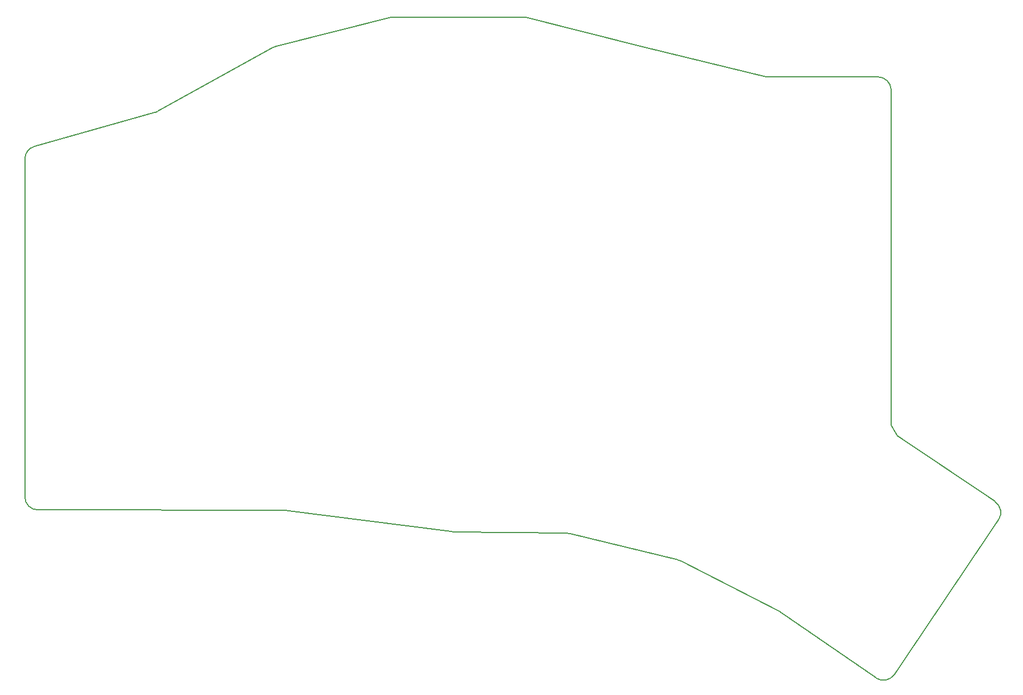
<source format=gbr>
%TF.GenerationSoftware,KiCad,Pcbnew,9.0.2*%
%TF.CreationDate,2025-06-08T10:39:33-06:00*%
%TF.ProjectId,scyboard,73637962-6f61-4726-942e-6b696361645f,1*%
%TF.SameCoordinates,Original*%
%TF.FileFunction,Profile,NP*%
%FSLAX46Y46*%
G04 Gerber Fmt 4.6, Leading zero omitted, Abs format (unit mm)*
G04 Created by KiCad (PCBNEW 9.0.2) date 2025-06-08 10:39:33*
%MOMM*%
%LPD*%
G01*
G04 APERTURE LIST*
%TA.AperFunction,Profile*%
%ADD10C,0.150000*%
%TD*%
G04 APERTURE END LIST*
D10*
X170323430Y-136447946D02*
G75*
G02*
X167527934Y-136974710I-1658130J1118446D01*
G01*
X39995000Y-111404987D02*
G75*
G02*
X38000007Y-109404994I5000J1999987D01*
G01*
X137401144Y-119017468D02*
X121016542Y-115016012D01*
X151238658Y-45520000D02*
X167850000Y-45520000D01*
X132007236Y-40921752D02*
X150768043Y-45463842D01*
X137401144Y-119017468D02*
G75*
G02*
X137834627Y-119178357I-474344J-1942432D01*
G01*
X167527968Y-136974660D02*
X152973580Y-126912059D01*
X103114602Y-114721560D02*
G75*
G02*
X102886326Y-114705363I27098J1998660D01*
G01*
X132007236Y-40921752D02*
G75*
G02*
X131992779Y-40918195I467464J1931052D01*
G01*
X120569262Y-114959096D02*
X103114602Y-114721560D01*
X77874240Y-111499686D02*
X39995000Y-111404988D01*
X102886327Y-114705359D02*
X78124730Y-111516065D01*
X94246211Y-36420000D02*
X113753789Y-36420000D01*
X185651878Y-110146005D02*
G75*
G02*
X186191592Y-112922482I-1118378J-1658095D01*
G01*
X58204915Y-50786386D02*
X75770192Y-41047416D01*
X170770654Y-100108492D02*
X185651878Y-110146005D01*
X38000000Y-58016921D02*
G75*
G02*
X39460754Y-56091044I1999900J21D01*
G01*
X77874240Y-111499686D02*
G75*
G02*
X78124731Y-111516061I-5040J-2001214D01*
G01*
X39460740Y-56090993D02*
X57774374Y-50963175D01*
X76254921Y-40856270D02*
X93761140Y-36479715D01*
X120569262Y-114959096D02*
G75*
G02*
X121016545Y-115016002I-27062J-1999004D01*
G01*
X75770192Y-41047416D02*
G75*
G02*
X76254922Y-40856273I969608J-1748684D01*
G01*
X113753789Y-36420000D02*
G75*
G02*
X114238860Y-36479715I11J-1999900D01*
G01*
X114238860Y-36479715D02*
X131992779Y-40918195D01*
X93761140Y-36479715D02*
G75*
G02*
X94246211Y-36420009I485060J-1940485D01*
G01*
X58204915Y-50786386D02*
G75*
G02*
X57774377Y-50963186I-969915J1749286D01*
G01*
X151238658Y-45520000D02*
G75*
G02*
X150768041Y-45463851I42J2000700D01*
G01*
X38000000Y-109404994D02*
X38000000Y-58016921D01*
X152744174Y-126775145D02*
G75*
G02*
X152973581Y-126912058I-907874J-1781855D01*
G01*
X186191568Y-112922465D02*
X170323430Y-136447946D01*
X152744174Y-126775145D02*
X137834629Y-119178353D01*
X167850000Y-45520000D02*
G75*
G02*
X169850000Y-47520000I0J-2000000D01*
G01*
X169850000Y-98520000D02*
X170770654Y-100108492D01*
X169850000Y-98520000D02*
X169850000Y-47520000D01*
M02*

</source>
